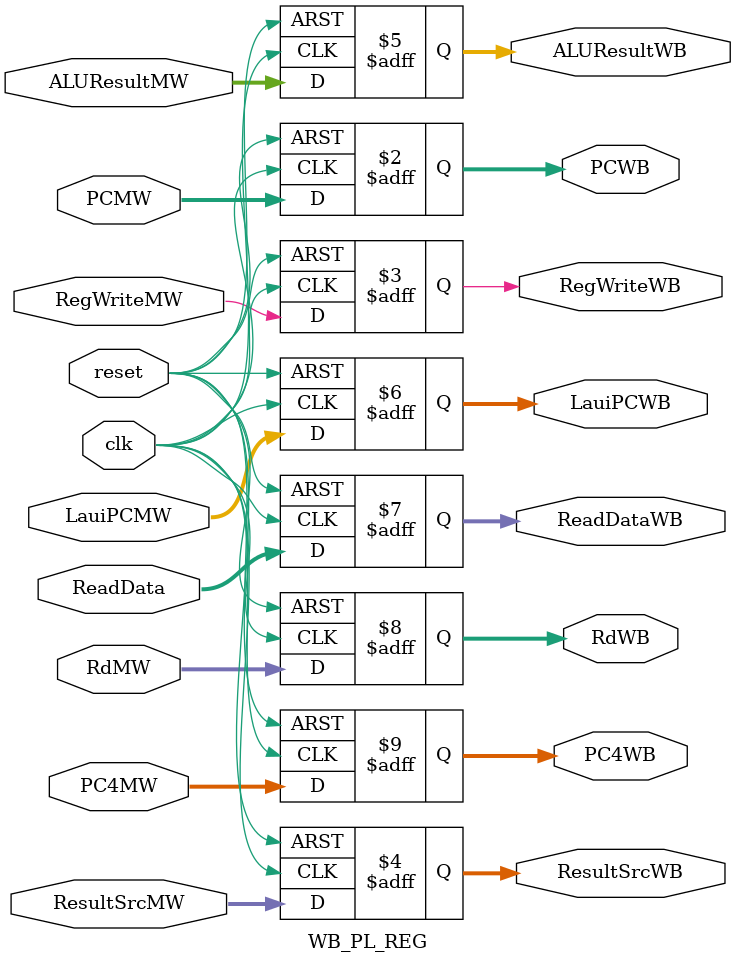
<source format=v>


module WB_PL_REG(
    input         clk, reset,
    input [31:0]  PCMW,
    input         RegWriteMW,
    input [1:0]   ResultSrcMW,
    input [31:0]  ALUResultMW,
    input [31:0] LauiPCMW,
    input [31:0]  ReadData,
    input [4:0]   RdMW,
    input [31:0]  PC4MW,
    
    output reg [31:0]  PCWB,
    output reg         RegWriteWB,
    output reg [1:0]   ResultSrcWB,
    output reg [31:0]  ALUResultWB,
    output reg [31:0]  LauiPCWB,
    output reg [31:0]  ReadDataWB,
    output reg [4:0]   RdWB,
    output reg [31:0]  PC4WB
);


always @(posedge clk or posedge reset) begin
    if (reset) begin
        PCWB         <= 0;
        RegWriteWB   <= 0;
        ResultSrcWB  <= 0;
        ALUResultWB  <= 0;
        LauiPCWB     <= 0;
        ReadDataWB   <= 0;
        RdWB         <= 0;
        PC4WB        <= 0;
    end else begin
        PCWB         <= PCMW;
        RegWriteWB   <= RegWriteMW;
        ResultSrcWB  <= ResultSrcMW;
        ALUResultWB  <= ALUResultMW;
        LauiPCWB     <= LauiPCMW;
        ReadDataWB   <= ReadData;
        RdWB         <= RdMW;
        PC4WB        <= PC4MW;
    end
end

endmodule

</source>
